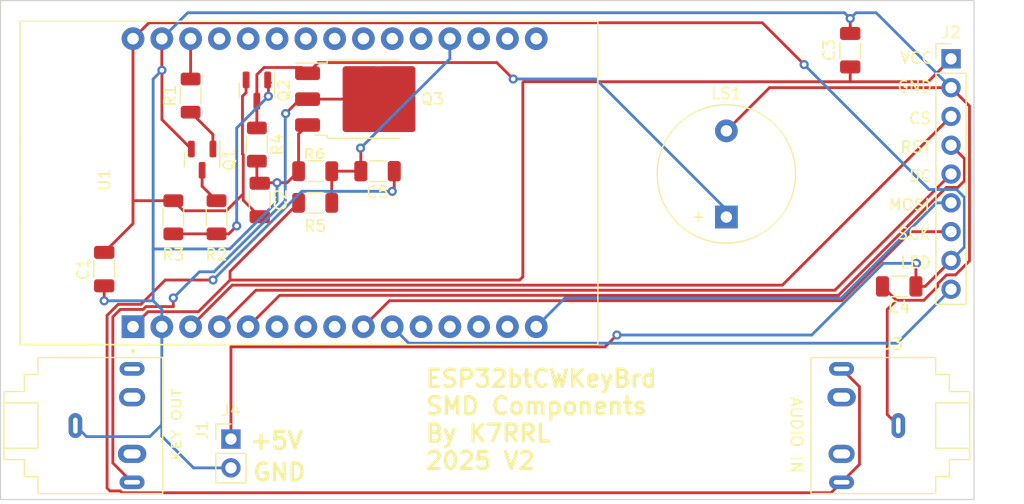
<source format=kicad_pcb>
(kicad_pcb (version 20221018) (generator pcbnew)
  (title_block (title "ESP32 Bluetooth Keyboard CW Keyer") (date "2024-12-27") (rev "2") (comment 1 "Forked from jharvey1") (comment 2 "SMD PCB by atoughram"))
  (layers (0 "F.Cu" signal) (31 "B.Cu" signal) (34 "B.Paste" user) (35 "F.Paste" user) (36 "B.SilkS" user "B.Silkscreen") (37 "F.SilkS" user "F.Silkscreen") (38 "B.Mask" user) (39 "F.Mask" user) (44 "Edge.Cuts" user))
  (net 0 "")
  (net 1 "GND")
  (net 2 "+5V")
  (net 3 "3V3")
  (net 4 "Net-(C5-Pad1)")
  (net 5 "AUDIO_IN")
  (net 6 "CS")
  (net 7 "RST")
  (net 8 "DC")
  (net 9 "MOSI")
  (net 10 "SCK")
  (net 11 "MISO")
  (net 12 "Net-(Q1-B)")
  (net 13 "Net-(Q1-C)")
  (net 14 "Net-(Q2-B)")
  (net 15 "Net-(Q2-C)")
  (net 16 "Net-(Q3-D)")
  (net 17 "Net-(U1-D13)")
  (net 37 "Net-(J4-Pin_1)")
  (footprint "Capacitor_SMD:C_1206_3216Metric" (layer "F.Cu") (at 166.624 73.914 90)
    (fp_text reference "C3" (at 0 -1.85 90) (layer "F.SilkS"))
    (fp_text value "0.1uf")
    (fp_line (start -0.711252 -0.91) (end 0.711252 -0.91) (stroke (width 0.12)) (layer "F.SilkS"))
    (fp_line (start -0.711252 0.91) (end 0.711252 0.91) (stroke (width 0.12)) (layer "F.SilkS"))
    (pad "1" smd roundrect (at -1.475 0 90) (size 1.15 1.8) (layers "F.Cu" "F.Paste" "F.Mask") (roundrect_rratio 0.2173913043) (net 3 "3V3"))
    (pad "2" smd roundrect (at 1.475 0 90) (size 1.15 1.8) (layers "F.Cu" "F.Paste" "F.Mask") (roundrect_rratio 0.2173913043) (net 1 "GND"))
  )
  (footprint "Capacitor_SMD:C_1206_3216Metric" (layer "F.Cu") (at 100.838 93.218 90)
    (fp_text reference "C1" (at 0 -1.85 90) (layer "F.SilkS"))
    (fp_text value "0.1uf")
    (fp_line (start -0.711252 -0.91) (end 0.711252 -0.91) (stroke (width 0.12)) (layer "F.SilkS"))
    (fp_line (start -0.711252 0.91) (end 0.711252 0.91) (stroke (width 0.12)) (layer "F.SilkS"))
    (pad "1" smd roundrect (at -1.475 0 90) (size 1.15 1.8) (layers "F.Cu" "F.Paste" "F.Mask") (roundrect_rratio 0.2173913043) (net 1 "GND"))
    (pad "2" smd roundrect (at 1.475 0 90) (size 1.15 1.8) (layers "F.Cu" "F.Paste" "F.Mask") (roundrect_rratio 0.2173913043) (net 2 "+5V"))
  )
  (footprint "Package_TO_SOT_SMD:SOT-23" (layer "F.Cu") (at 109.474 83.566 -90)
    (fp_text reference "Q1" (at 0 -2.4 90) (layer "F.SilkS"))
    (fp_text value "MMBT3904")
    (fp_line (start 0 -1.56) (end -1.675 -1.56) (stroke (width 0.12)) (layer "F.SilkS"))
    (fp_line (start 0 -1.56) (end 0.65 -1.56) (stroke (width 0.12)) (layer "F.SilkS"))
    (fp_line (start 0 1.56) (end -0.65 1.56) (stroke (width 0.12)) (layer "F.SilkS"))
    (fp_line (start 0 1.56) (end 0.65 1.56) (stroke (width 0.12)) (layer "F.SilkS"))
    (pad "1" smd roundrect (at -0.9375 -0.95 270) (size 1.475 0.6) (layers "F.Cu" "F.Paste" "F.Mask") (net 12 "Net-(Q1-B)"))
    (pad "2" smd roundrect (at -0.9375 0.95 270) (size 1.475 0.6) (layers "F.Cu" "F.Paste" "F.Mask") (net 1 "GND"))
    (pad "3" smd roundrect (at 0.9375 0 270) (size 1.475 0.6) (layers "F.Cu" "F.Paste" "F.Mask") (net 13 "Net-(Q1-C)"))
  )
  (footprint "Package_TO_SOT_SMD:SOT-23" (layer "F.Cu") (at 114.3 77.47 -90)
    (fp_text reference "Q2" (at 0 -2.4 90) (layer "F.SilkS"))
    (fp_text value "MMBT3906")
    (fp_line (start 0 -1.56) (end -1.675 -1.56) (stroke (width 0.12)) (layer "F.SilkS"))
    (fp_line (start 0 -1.56) (end 0.65 -1.56) (stroke (width 0.12)) (layer "F.SilkS"))
    (fp_line (start 0 1.56) (end -0.65 1.56) (stroke (width 0.12)) (layer "F.SilkS"))
    (fp_line (start 0 1.56) (end 0.65 1.56) (stroke (width 0.12)) (layer "F.SilkS"))
    (pad "1" smd roundrect (at -0.9375 -0.95 270) (size 1.475 0.6) (layers "F.Cu" "F.Paste" "F.Mask") (net 14 "Net-(Q2-B)"))
    (pad "2" smd roundrect (at -0.9375 0.95 270) (size 1.475 0.6) (layers "F.Cu" "F.Paste" "F.Mask") (net 2 "+5V"))
    (pad "3" smd roundrect (at 0.9375 0 270) (size 1.475 0.6) (layers "F.Cu" "F.Paste" "F.Mask") (net 15 "Net-(Q2-C)"))
  )
  (footprint "Capacitor_SMD:C_1206_3216Metric" (layer "F.Cu") (at 170.942 94.742 180)
    (fp_text reference "C4" (at 0 -1.85) (layer "F.SilkS"))
    (fp_text value "0.1uf")
    (fp_line (start -0.711252 -0.91) (end 0.711252 -0.91) (stroke (width 0.12)) (layer "F.SilkS"))
    (fp_line (start -0.711252 0.91) (end 0.711252 0.91) (stroke (width 0.12)) (layer "F.SilkS"))
    (pad "1" smd roundrect (at -1.475 0 180) (size 1.15 1.8) (layers "F.Cu" "F.Paste" "F.Mask") (roundrect_rratio 0.2173913043) (net 2 "+5V"))
    (pad "2" smd roundrect (at 1.475 0 180) (size 1.15 1.8) (layers "F.Cu" "F.Paste" "F.Mask") (roundrect_rratio 0.2173913043) (net 1 "GND"))
  )
  (footprint "Resistor_SMD:R_1206_3216Metric" (layer "F.Cu") (at 114.3 82.2345 -90)
    (fp_text reference "R4" (at 0 -1.82 90) (layer "F.SilkS"))
    (fp_text value "4K7")
    (fp_line (start -0.727064 -0.91) (end 0.727064 -0.91) (stroke (width 0.12)) (layer "F.SilkS"))
    (fp_line (start -0.727064 0.91) (end 0.727064 0.91) (stroke (width 0.12)) (layer "F.SilkS"))
    (pad "1" smd roundrect (at -1.4625 0 270) (size 1.125 1.75) (layers "F.Cu" "F.Paste" "F.Mask") (roundrect_rratio 0.2222222222) (net 15 "Net-(Q2-C)"))
    (pad "2" smd roundrect (at 1.4625 0 270) (size 1.125 1.75) (layers "F.Cu" "F.Paste" "F.Mask") (roundrect_rratio 0.2222222222) (net 1 "GND"))
  )
  (footprint "Resistor_SMD:R_1206_3216Metric" (layer "F.Cu") (at 119.4415 87.376)
    (fp_text reference "R5" (at 0 2.032) (layer "F.SilkS"))
    (fp_text value "10K")
    (fp_line (start -0.727064 -0.91) (end 0.727064 -0.91) (stroke (width 0.12)) (layer "F.SilkS"))
    (fp_line (start -0.727064 0.91) (end 0.727064 0.91) (stroke (width 0.12)) (layer "F.SilkS"))
    (pad "1" smd roundrect (at -1.4625 0) (size 1.125 1.75) (layers "F.Cu" "F.Paste" "F.Mask") (roundrect_rratio 0.2222222222) (net 3 "3V3"))
    (pad "2" smd roundrect (at 1.4625 0) (size 1.125 1.75) (layers "F.Cu" "F.Paste" "F.Mask") (roundrect_rratio 0.2222222222) (net 5 "AUDIO_IN"))
  )
  (footprint "Resistor_SMD:R_1206_3216Metric" (layer "F.Cu") (at 119.4415 84.582 180)
    (fp_text reference "R6" (at 0.0615 1.524) (layer "F.SilkS") (effects (font (size 0.8 1))))
    (fp_text value "10K")
    (fp_line (start -0.727064 -0.91) (end 0.727064 -0.91) (stroke (width 0.12)) (layer "F.SilkS"))
    (fp_line (start -0.727064 0.91) (end 0.727064 0.91) (stroke (width 0.12)) (layer "F.SilkS"))
    (pad "1" smd roundrect (at -1.4625 0 180) (size 1.125 1.75) (layers "F.Cu" "F.Paste" "F.Mask") (roundrect_rratio 0.2222222222) (net 5 "AUDIO_IN"))
    (pad "2" smd roundrect (at 1.4625 0 180) (size 1.125 1.75) (layers "F.Cu" "F.Paste" "F.Mask") (roundrect_rratio 0.2222222222) (net 1 "GND"))
  )
  (footprint "Connector_Audio:Jack_3.5mm_CUI_SJ1-3525N_Horizontal" (layer "F.Cu") (at 98.298 107.014 -90)
    (fp_text reference "J1" (at 0.428 -11.176 90) (layer "F.SilkS"))
    (fp_text value "CW Key Out")
    (fp_line (start -6 -7.7) (end 6 -7.7) (stroke (width 0.12)) (layer "F.SilkS"))
    (fp_line (start -6 3.3) (end -6 -7.7) (stroke (width 0.12)) (layer "F.SilkS"))
    (fp_line (start -4.5 3.3) (end -6 3.3) (stroke (width 0.12)) (layer "F.SilkS"))
    (fp_line (start -4.5 4.5) (end -4.5 3.3) (stroke (width 0.12)) (layer "F.SilkS"))
    (fp_line (start -3 4.5) (end -4.5 4.5) (stroke (width 0.12)) (layer "F.SilkS"))
    (fp_line (start -3 6.3) (end -3 4.5) (stroke (width 0.12)) (layer "F.SilkS"))
    (fp_line (start -2 3.3) (end -2 6.3) (stroke (width 0.12)) (layer "F.SilkS"))
    (fp_line (start 2 3.3) (end -2 3.3) (stroke (width 0.12)) (layer "F.SilkS"))
    (fp_line (start 2 6.3) (end 2 3.3) (stroke (width 0.12)) (layer "F.SilkS"))
    (fp_line (start 3 4.5) (end 3 6.3) (stroke (width 0.12)) (layer "F.SilkS"))
    (fp_line (start 3 6.3) (end -3 6.3) (stroke (width 0.12)) (layer "F.SilkS"))
    (fp_line (start 4.5 3.3) (end 4.5 4.5) (stroke (width 0.12)) (layer "F.SilkS"))
    (fp_line (start 4.5 4.5) (end 3 4.5) (stroke (width 0.12)) (layer "F.SilkS"))
    (fp_line (start 6 -7.7) (end 6 3.3) (stroke (width 0.12)) (layer "F.SilkS"))
    (fp_line (start 6 3.3) (end 4.5 3.3) (stroke (width 0.12)) (layer "F.SilkS"))
    (pad "" np_thru_hole circle (at -5 0 270) (size 1.2 1.2) (drill 1.2) (layers "F&B.Cu" "*.Mask"))
    (pad "" np_thru_hole circle (at -5 2.5 270) (size 1.2 1.2) (drill 1.2) (layers "F&B.Cu" "*.Mask"))
    (pad "" np_thru_hole circle (at 0 -5 270) (size 1.2 1.2) (drill 1.2) (layers "F&B.Cu" "*.Mask"))
    (pad "" np_thru_hole circle (at 5 0 270) (size 1.2 1.2) (drill 1.2) (layers "F&B.Cu" "*.Mask"))
    (pad "" np_thru_hole circle (at 5 2.5 270) (size 1.2 1.2) (drill 1.2) (layers "F&B.Cu" "*.Mask"))
    (pad "R" thru_hole oval (at -5 -5 270) (size 1.2 2.2) (drill oval 0.4 1.4) (layers "*.Cu" "*.Mask"))
    (pad "RN" thru_hole oval (at -2.5 -5 270) (size 1.6 2.3) (drill oval 0.8 1.5) (layers "*.Cu" "*.Mask"))
    (pad "S" thru_hole oval (at 0 0 270) (size 2.2 1.2) (drill oval 1.4 0.4) (layers "*.Cu" "*.Mask") (net 1 "GND"))
    (pad "T" thru_hole oval (at 5 -5 90) (size 1.2 2.2) (drill oval 0.4 1.4) (layers "*.Cu" "*.Mask") (net 16 "Net-(Q3-D)"))
    (pad "TN" thru_hole oval (at 2.5 -5 90) (size 1.6 2.5) (drill oval 0.8 1.5) (layers "*.Cu" "*.Mask"))
  )
  (footprint "Capacitor_SMD:C_1206_3216Metric" (layer "F.Cu") (at 114.554 87.122 -90)
    (fp_text reference "C2" (at 0 -1.85 90) (layer "F.SilkS"))
    (fp_text value "1uf")
    (fp_line (start -0.711252 -0.91) (end 0.711252 -0.91) (stroke (width 0.12)) (layer "F.SilkS"))
    (fp_line (start -0.711252 0.91) (end 0.711252 0.91) (stroke (width 0.12)) (layer "F.SilkS"))
    (pad "1" smd roundrect (at -1.475 0 270) (size 1.15 1.8) (layers "F.Cu" "F.Paste" "F.Mask") (roundrect_rratio 0.2173913043) (net 1 "GND"))
    (pad "2" smd roundrect (at 1.475 0 270) (size 1.15 1.8) (layers "F.Cu" "F.Paste" "F.Mask") (roundrect_rratio 0.2173913043) (net 2 "+5V"))
  )
  (footprint "Capacitor_SMD:C_1206_3216Metric" (layer "F.Cu") (at 124.9405 84.582 180)
    (fp_text reference "C5" (at 0 -1.85) (layer "F.SilkS"))
    (fp_text value "0.1uf")
    (fp_line (start -0.711252 -0.91) (end 0.711252 -0.91) (stroke (width 0.12)) (layer "F.SilkS"))
    (fp_line (start -0.711252 0.91) (end 0.711252 0.91) (stroke (width 0.12)) (layer "F.SilkS"))
    (pad "1" smd roundrect (at -1.475 0 180) (size 1.15 1.8) (layers "F.Cu" "F.Paste" "F.Mask") (roundrect_rratio 0.2173913043) (net 4 "Net-(C5-Pad1)"))
    (pad "2" smd roundrect (at 1.475 0 180) (size 1.15 1.8) (layers "F.Cu" "F.Paste" "F.Mask") (roundrect_rratio 0.2173913043) (net 5 "AUDIO_IN"))
  )
  (footprint "Connector_Audio:Jack_3.5mm_CUI_SJ1-3525N_Horizontal" (layer "F.Cu") (at 170.862 107.014 90)
    (fp_text reference "J3" (at 7.192 -0.428) (layer "F.SilkS"))
    (fp_text value "Audio In Jack")
    (fp_line (start -6 -7.7) (end 6 -7.7) (stroke (width 0.12)) (layer "F.SilkS"))
    (fp_line (start -6 3.3) (end -6 -7.7) (stroke (width 0.12)) (layer "F.SilkS"))
    (fp_line (start -4.5 3.3) (end -6 3.3) (stroke (width 0.12)) (layer "F.SilkS"))
    (fp_line (start -4.5 4.5) (end -4.5 3.3) (stroke (width 0.12)) (layer "F.SilkS"))
    (fp_line (start -3 4.5) (end -4.5 4.5) (stroke (width 0.12)) (layer "F.SilkS"))
    (fp_line (start -3 6.3) (end -3 4.5) (stroke (width 0.12)) (layer "F.SilkS"))
    (fp_line (start -2 3.3) (end -2 6.3) (stroke (width 0.12)) (layer "F.SilkS"))
    (fp_line (start 2 3.3) (end -2 3.3) (stroke (width 0.12)) (layer "F.SilkS"))
    (fp_line (start 2 6.3) (end 2 3.3) (stroke (width 0.12)) (layer "F.SilkS"))
    (fp_line (start 3 4.5) (end 3 6.3) (stroke (width 0.12)) (layer "F.SilkS"))
    (fp_line (start 3 6.3) (end -3 6.3) (stroke (width 0.12)) (layer "F.SilkS"))
    (fp_line (start 4.5 3.3) (end 4.5 4.5) (stroke (width 0.12)) (layer "F.SilkS"))
    (fp_line (start 4.5 4.5) (end 3 4.5) (stroke (width 0.12)) (layer "F.SilkS"))
    (fp_line (start 6 -7.7) (end 6 3.3) (stroke (width 0.12)) (layer "F.SilkS"))
    (fp_line (start 6 3.3) (end 4.5 3.3) (stroke (width 0.12)) (layer "F.SilkS"))
    (pad "" np_thru_hole circle (at -5 0 90) (size 1.2 1.2) (drill 1.2) (layers "F&B.Cu" "*.Mask"))
    (pad "" np_thru_hole circle (at -5 2.5 90) (size 1.2 1.2) (drill 1.2) (layers "F&B.Cu" "*.Mask"))
    (pad "" np_thru_hole circle (at 0 -5 90) (size 1.2 1.2) (drill 1.2) (layers "F&B.Cu" "*.Mask"))
    (pad "" np_thru_hole circle (at 5 0 90) (size 1.2 1.2) (drill 1.2) (layers "F&B.Cu" "*.Mask"))
    (pad "" np_thru_hole circle (at 5 2.5 90) (size 1.2 1.2) (drill 1.2) (layers "F&B.Cu" "*.Mask"))
    (pad "R" thru_hole oval (at -5 -5 90) (size 1.2 2.2) (drill oval 0.4 1.4) (layers "*.Cu" "*.Mask") (net 4 "Net-(C5-Pad1)"))
    (pad "RN" thru_hole oval (at -2.5 -5 90) (size 1.6 2.3) (drill oval 0.8 1.5) (layers "*.Cu" "*.Mask"))
    (pad "S" thru_hole oval (at 0 0 90) (size 2.2 1.2) (drill oval 1.4 0.4) (layers "*.Cu" "*.Mask") (net 1 "GND"))
    (pad "T" thru_hole oval (at 5 -5 270) (size 1.2 2.2) (drill oval 0.4 1.4) (layers "*.Cu" "*.Mask") (net 4 "Net-(C5-Pad1)"))
    (pad "TN" thru_hole oval (at 2.5 -5 270) (size 1.6 2.5) (drill oval 0.8 1.5) (layers "*.Cu" "*.Mask"))
  )
  (footprint "Resistor_SMD:R_1206_3216Metric" (layer "F.Cu") (at 110.744 88.646 90)
    (fp_text reference "R2" (at -3.302 0) (layer "F.SilkS"))
    (fp_text value "3K3")
    (fp_line (start -0.727064 -0.91) (end 0.727064 -0.91) (stroke (width 0.12)) (layer "F.SilkS"))
    (fp_line (start -0.727064 0.91) (end 0.727064 0.91) (stroke (width 0.12)) (layer "F.SilkS"))
    (pad "1" smd roundrect (at -1.4625 0 90) (size 1.125 1.75) (layers "F.Cu" "F.Paste" "F.Mask") (roundrect_rratio 0.2222222222) (net 14 "Net-(Q2-B)"))
    (pad "2" smd roundrect (at 1.4625 0 90) (size 1.125 1.75) (layers "F.Cu" "F.Paste" "F.Mask") (roundrect_rratio 0.2222222222) (net 13 "Net-(Q1-C)"))
  )
  (footprint "Connector_PinHeader_2.54mm:PinHeader_1x02_P2.54mm_Vertical" (layer "F.Cu") (at 112.014 108.204)
    (fp_text reference "J4" (at 0 -2.54) (layer "F.SilkS"))
    (fp_text value "Conn_01x02_MountingPin")
    (fp_line (start -1.33 -1.33) (end 0 -1.33) (stroke (width 0.12)) (layer "F.SilkS"))
    (fp_line (start -1.33 0) (end -1.33 -1.33) (stroke (width 0.12)) (layer "F.SilkS"))
    (fp_line (start -1.33 1.27) (end -1.33 3.87) (stroke (width 0.12)) (layer "F.SilkS"))
    (fp_line (start -1.33 1.27) (end 1.33 1.27) (stroke (width 0.12)) (layer "F.SilkS"))
    (fp_line (start -1.33 3.87) (end 1.33 3.87) (stroke (width 0.12)) (layer "F.SilkS"))
    (fp_line (start 1.33 1.27) (end 1.33 3.87) (stroke (width 0.12)) (layer "F.SilkS"))
    (pad "1" thru_hole rect (at 0 0) (size 1.7 1.7) (drill 1) (layers "*.Cu" "*.Mask") (net 37 "Net-(J4-Pin_1)"))
    (pad "2" thru_hole oval (at 0 2.54) (size 1.7 1.7) (drill 1) (layers "*.Cu" "*.Mask") (net 1 "GND"))
  )
  (footprint "Package_TO_SOT_SMD:TO-252-3_TabPin2" (layer "F.Cu") (at 123.811 78.231)
    (fp_text reference "Q3" (at 5.983 0.001) (layer "F.SilkS"))
    (fp_text value "D4184")
    (fp_line (start -3.31 -3.45) (end -3.31 -3.18) (stroke (width 0.12)) (layer "F.SilkS"))
    (fp_line (start -3.31 -3.18) (end -6.14 -3.18) (stroke (width 0.12)) (layer "F.SilkS"))
    (fp_line (start -3.31 3.18) (end -4.41 3.18) (stroke (width 0.12)) (layer "F.SilkS"))
    (fp_line (start -3.31 3.45) (end -3.31 3.18) (stroke (width 0.12)) (layer "F.SilkS"))
    (fp_line (start 3.11 -3.45) (end -3.31 -3.45) (stroke (width 0.12)) (layer "F.SilkS"))
    (fp_line (start 3.11 3.45) (end -3.31 3.45) (stroke (width 0.12)) (layer "F.SilkS"))
    (pad "1" smd roundrect (at -5.04 -2.28) (size 2.2 1.2) (layers "F.Cu" "F.Paste" "F.Mask") (roundrect_rratio 0.2083333333) (net 15 "Net-(Q2-C)"))
    (pad "2" smd roundrect (at -5.04 0) (size 2.2 1.2) (layers "F.Cu" "F.Paste" "F.Mask") (roundrect_rratio 0.2083333333) (net 16 "Net-(Q3-D)"))
    (pad "2" smd roundrect (at -0.415 -1.525) (size 3.05 2.75) (layers "F.Cu" "F.Paste") (roundrect_rratio 0.09090909091) (net 16 "Net-(Q3-D)"))
    (pad "2" smd roundrect (at -0.415 1.525) (size 3.05 2.75) (layers "F.Cu" "F.Paste") (roundrect_rratio 0.09090909091) (net 16 "Net-(Q3-D)"))
    (pad "2" smd roundrect (at 1.26 0) (size 6.4 5.8) (layers "F.Cu" "F.Mask") (roundrect_rratio 0.04310293103) (net 16 "Net-(Q3-D)"))
    (pad "2" smd roundrect (at 2.935 -1.525) (size 3.05 2.75) (layers "F.Cu" "F.Paste") (roundrect_rratio 0.09090909091) (net 16 "Net-(Q3-D)"))
    (pad "2" smd roundrect (at 2.935 1.525) (size 3.05 2.75) (layers "F.Cu" "F.Paste") (roundrect_rratio 0.09090909091) (net 16 "Net-(Q3-D)"))
    (pad "3" smd roundrect (at -5.04 2.28) (size 2.2 1.2) (layers "F.Cu" "F.Paste" "F.Mask") (roundrect_rratio 0.2083333333) (net 1 "GND"))
  )
  (footprint "Buzzer_Beeper:Buzzer_12x9.5RM7.6" (layer "F.Cu") (at 155.702 88.626 90)
    (fp_text reference "LS1" (at 10.902 0) (layer "F.SilkS"))
    (fp_text value "Speaker")
    (fp_text user "+" (at -0.01 -2.54 90) (layer "F.SilkS"))
    (fp_circle (center 3.8 0) (end 9.9 0) (stroke (width 0.12)) (fill none) (layer "F.SilkS"))
    (pad "1" thru_hole rect (at 0 0 90) (size 2 2) (drill 1) (layers "*.Cu" "*.Mask") (net 15 "Net-(Q2-C)"))
    (pad "2" thru_hole circle (at 7.6 0 90) (size 2 2) (drill 1) (layers "*.Cu" "*.Mask") (net 1 "GND"))
  )
  (footprint "Resistor_SMD:R_1206_3216Metric" (layer "F.Cu") (at 106.934 88.646 -90)
    (fp_text reference "R3" (at 3.302 0) (layer "F.SilkS"))
    (fp_text value "3K3")
    (fp_line (start -0.727064 -0.91) (end 0.727064 -0.91) (stroke (width 0.12)) (layer "F.SilkS"))
    (fp_line (start -0.727064 0.91) (end 0.727064 0.91) (stroke (width 0.12)) (layer "F.SilkS"))
    (pad "1" smd roundrect (at -1.4625 0 270) (size 1.125 1.75) (layers "F.Cu" "F.Paste" "F.Mask") (roundrect_rratio 0.2222222222) (net 2 "+5V"))
    (pad "2" smd roundrect (at 1.4625 0 270) (size 1.125 1.75) (layers "F.Cu" "F.Paste" "F.Mask") (roundrect_rratio 0.2222222222) (net 14 "Net-(Q2-B)"))
  )
  (footprint "ESP32-DEVKIT-V1:MODULE_ESP32_DEVKIT_V1" (layer "F.Cu") (at 118.893 85.598 90)
    (fp_text reference "U1" (at 0.254 -18.055 90) (layer "F.SilkS"))
    (fp_text value "ESP32-DEVKIT-V1")
    (fp_line (start -14.28 -25.475) (end -3.211 -25.475) (stroke (width 0.127)) (layer "F.SilkS"))
    (fp_line (start -14.28 -25.475) (end 14.23 -25.475) (stroke (width 0.127)) (layer "F.SilkS"))
    (fp_line (start -14.28 25.475) (end -14.28 -25.475) (stroke (width 0.127)) (layer "F.SilkS"))
    (fp_line (start -14.28 25.475) (end -14.28 -25.475) (stroke (width 0.127)) (layer "F.SilkS"))
    (fp_line (start -14.28 25.475) (end -8.91 25.475) (stroke (width 0.127)) (layer "F.SilkS"))
    (fp_line (start -8.91 25.475) (end 8.78 25.475) (stroke (width 0.127)) (layer "F.SilkS"))
    (fp_line (start -3.211 -25.475) (end 3.5 -25.475) (stroke (width 0.127)) (layer "F.SilkS"))
    (fp_line (start 3.5 -25.475) (end 14.23 -25.475) (stroke (width 0.127)) (layer "F.SilkS"))
    (fp_line (start 8.78 25.475) (end 14.23 25.475) (stroke (width 0.127)) (layer "F.SilkS"))
    (fp_line (start 14.23 -25.475) (end 14.23 25.475) (stroke (width 0.127)) (layer "F.SilkS"))
    (fp_line (start 14.23 -25.475) (end 14.23 25.475) (stroke (width 0.127)) (layer "F.SilkS"))
    (fp_line (start 14.23 25.475) (end -14.28 25.475) (stroke (width 0.127)) (layer "F.SilkS"))
    (fp_circle (center -14.85 -15.515) (end -14.75 -15.515) (stroke (width 0.2)) (fill none) (layer "F.SilkS"))
    (pad "" np_thru_hole circle (at -12.28 -23.475 90) (size 3 3) (drill 3) (layers "*.Cu" "*.Mask"))
    (pad "" np_thru_hole circle (at -12.28 23.475 90) (size 3 3) (drill 3) (layers "*.Cu" "*.Mask"))
    (pad "" np_thru_hole circle (at 12.23 -23.475 90) (size 3 3) (drill 3) (layers "*.Cu" "*.Mask"))
    (pad "" np_thru_hole circle (at 12.23 23.475 90) (size 3 3) (drill 3) (layers "*.Cu" "*.Mask"))
    (pad "1" thru_hole rect (at -12.7 -15.515 90) (size 2 2) (drill 1.02) (layers "*.Cu" "*.Mask") (net 3 "3V3"))
    (pad "2" thru_hole circle (at -12.7 -12.975 90) (size 2 2) (drill 1.02) (layers "*.Cu" "*.Mask") (net 1 "GND"))
    (pad "3" thru_hole circle (at -12.7 -10.435 90) (size 2 2) (drill 1.02) (layers "*.Cu" "*.Mask") (net 6 "CS"))
    (pad "4" thru_hole circle (at -12.7 -7.895 90) (size 2 2) (drill 1.02) (layers "*.Cu" "*.Mask") (net 8 "DC"))
    (pad "5" thru_hole circle (at -12.7 -5.355 90) (size 2 2) (drill 1.02) (layers "*.Cu" "*.Mask") (net 7 "RST"))
    (pad "6" thru_hole circle (at -12.7 -2.815 90) (size 2 2) (drill 1.02) (layers "*.Cu" "*.Mask"))
    (pad "7" thru_hole circle (at -12.7 -0.275 90) (size 2 2) (drill 1.02) (layers "*.Cu" "*.Mask"))
    (pad "8" thru_hole circle (at -12.7 2.265 90) (size 2 2) (drill 1.02) (layers "*.Cu" "*.Mask"))
    (pad "9" thru_hole circle (at -12.7 4.805 90) (size 2 2) (drill 1.02) (layers "*.Cu" "*.Mask") (net 10 "SCK"))
    (pad "10" thru_hole circle (at -12.7 7.345 90) (size 2 2) (drill 1.02) (layers "*.Cu" "*.Mask") (net 11 "MISO"))
    (pad "11" thru_hole circle (at -12.7 9.885 90) (size 2 2) (drill 1.02) (layers "*.Cu" "*.Mask"))
    (pad "12" thru_hole circle (at -12.7 12.425 90) (size 2 2) (drill 1.02) (layers "*.Cu" "*.Mask"))
    (pad "13" thru_hole circle (at -12.7 14.965 90) (size 2 2) (drill 1.02) (layers "*.Cu" "*.Mask"))
    (pad "14" thru_hole circle (at -12.7 17.505 90) (size 2 2) (drill 1.02) (layers "*.Cu" "*.Mask"))
    (pad "15" thru_hole circle (at -12.7 20.045 90) (size 2 2) (drill 1.02) (layers "*.Cu" "*.Mask") (net 9 "MOSI"))
    (pad "16" thru_hole circle (at 12.7 20.045 90) (size 2 2) (drill 1.02) (layers "*.Cu" "*.Mask"))
    (pad "17" thru_hole circle (at 12.7 17.505 90) (size 2 2) (drill 1.02) (layers "*.Cu" "*.Mask"))
    (pad "18" thru_hole circle (at 12.7 14.965 90) (size 2 2) (drill 1.02) (layers "*.Cu" "*.Mask"))
    (pad "19" thru_hole circle (at 12.7 12.425 90) (size 2 2) (drill 1.02) (layers "*.Cu" "*.Mask") (net 5 "AUDIO_IN"))
    (pad "20" thru_hole circle (at 12.7 9.885 90) (size 2 2) (drill 1.02) (layers "*.Cu" "*.Mask"))
    (pad "21" thru_hole circle (at 12.7 7.345 90) (size 2 2) (drill 1.02) (layers "*.Cu" "*.Mask"))
    (pad "22" thru_hole circle (at 12.7 4.805 90) (size 2 2) (drill 1.02) (layers "*.Cu" "*.Mask"))
    (pad "23" thru_hole circle (at 12.7 2.265 90) (size 2 2) (drill 1.02) (layers "*.Cu" "*.Mask"))
    (pad "24" thru_hole circle (at 12.7 -0.275 90) (size 2 2) (drill 1.02) (layers "*.Cu" "*.Mask"))
    (pad "25" thru_hole circle (at 12.7 -2.815 90) (size 2 2) (drill 1.02) (layers "*.Cu" "*.Mask"))
    (pad "26" thru_hole circle (at 12.7 -5.355 90) (size 2 2) (drill 1.02) (layers "*.Cu" "*.Mask"))
    (pad "27" thru_hole circle (at 12.7 -7.895 90) (size 2 2) (drill 1.02) (layers "*.Cu" "*.Mask"))
    (pad "28" thru_hole circle (at 12.7 -10.435 90) (size 2 2) (drill 1.02) (layers "*.Cu" "*.Mask") (net 17 "Net-(U1-D13)"))
    (pad "29" thru_hole circle (at 12.7 -12.975 90) (size 2 2) (drill 1.02) (layers "*.Cu" "*.Mask") (net 1 "GND"))
    (pad "30" thru_hole circle (at 12.7 -15.515 90) (size 2 2) (drill 1.02) (layers "*.Cu" "*.Mask") (net 2 "+5V"))
  )
  (footprint "Connector_PinHeader_2.54mm:PinHeader_1x09_P2.54mm_Vertical" (layer "F.Cu") (at 175.514 74.676)
    (fp_text reference "J2" (at 0 -2.33) (layer "F.SilkS"))
    (fp_text value "3.5\" TFT ILI9488")
    (fp_line (start -1.33 -1.33) (end 0 -1.33) (stroke (width 0.12)) (layer "F.SilkS"))
    (fp_line (start -1.33 0) (end -1.33 -1.33) (stroke (width 0.12)) (layer "F.SilkS"))
    (fp_line (start -1.33 1.27) (end -1.33 21.65) (stroke (width 0.12)) (layer "F.SilkS"))
    (fp_line (start -1.33 1.27) (end 1.33 1.27) (stroke (width 0.12)) (layer "F.SilkS"))
    (fp_line (start -1.33 21.65) (end 1.33 21.65) (stroke (width 0.12)) (layer "F.SilkS"))
    (fp_line (start 1.33 1.27) (end 1.33 21.65) (stroke (width 0.12)) (layer "F.SilkS"))
    (pad "1" thru_hole rect (at 0 0) (size 1.7 1.7) (drill 1) (layers "*.Cu" "*.Mask") (net 3 "3V3"))
    (pad "2" thru_hole oval (at 0 2.54) (size 1.7 1.7) (drill 1) (layers "*.Cu" "*.Mask") (net 1 "GND"))
    (pad "3" thru_hole oval (at 0 5.08) (size 1.7 1.7) (drill 1) (layers "*.Cu" "*.Mask") (net 6 "CS"))
    (pad "4" thru_hole oval (at 0 7.62) (size 1.7 1.7) (drill 1) (layers "*.Cu" "*.Mask") (net 7 "RST"))
    (pad "5" thru_hole oval (at 0 10.16) (size 1.7 1.7) (drill 1) (layers "*.Cu" "*.Mask") (net 8 "DC"))
    (pad "6" thru_hole oval (at 0 12.7) (size 1.7 1.7) (drill 1) (layers "*.Cu" "*.Mask") (net 9 "MOSI"))
    (pad "7" thru_hole oval (at 0 15.24) (size 1.7 1.7) (drill 1) (layers "*.Cu" "*.Mask") (net 10 "SCK"))
    (pad "8" thru_hole oval (at 0 17.78) (size 1.7 1.7) (drill 1) (layers "*.Cu" "*.Mask") (net 2 "+5V"))
    (pad "9" thru_hole oval (at 0 20.32) (size 1.7 1.7) (drill 1) (layers "*.Cu" "*.Mask") (net 11 "MISO"))
  )
  (footprint "Resistor_SMD:R_1206_3216Metric" (layer "F.Cu") (at 108.458 77.9165 90)
    (fp_text reference "R1" (at 0 -1.82 90) (layer "F.SilkS"))
    (fp_text value "10K")
    (fp_line (start -0.727064 -0.91) (end 0.727064 -0.91) (stroke (width 0.12)) (layer "F.SilkS"))
    (fp_line (start -0.727064 0.91) (end 0.727064 0.91) (stroke (width 0.12)) (layer "F.SilkS"))
    (pad "1" smd roundrect (at -1.4625 0 90) (size 1.125 1.75) (layers "F.Cu" "F.Paste" "F.Mask") (roundrect_rratio 0.2222222222) (net 12 "Net-(Q1-B)"))
    (pad "2" smd roundrect (at 1.4625 0 90) (size 1.125 1.75) (layers "F.Cu" "F.Paste" "F.Mask") (roundrect_rratio 0.2222222222) (net 17 "Net-(U1-D13)"))
  )
  (gr_rect (start 91.7 69.538) (end 177.54 113.538) (stroke (width 0.1)) (fill none) (layer "Edge.Cuts"))
  (gr_text "SCK" (at 170.688 90.678) (layer "F.SilkS") (effects (font (size 1 1)) (justify left bottom)))
  (gr_text "CS" (at 171.704 80.518) (layer "F.SilkS") (effects (font (size 1 1)) (justify left bottom)))
  (gr_text "+5V" (at 113.538 109.22) (layer "F.SilkS") (effects (font (size 1.5 1.5) (thickness 0.3) bold) (justify left bottom)))
  (gr_text "AUDIO IN\n" (at 161.29 104.394 -90) (layer "F.SilkS") (effects (font (size 1 1)) (justify left bottom)))
  (gr_text "ESP32btCWKeyBrd\nSMD Components\nBy K7RRL\n2025 V2" (at 129.032 110.998) (layer "F.SilkS") (effects (font (size 1.5 1.5) (thickness 0.3) bold) (justify left bottom)))
  (gr_text "LED" (at 170.942 93.218) (layer "F.SilkS") (effects (font (size 1 1)) (justify left bottom)))
  (gr_text "DC" (at 171.704 85.598) (layer "F.SilkS") (effects (font (size 1 1)) (justify left bottom)))
  (gr_text "MOSI" (at 169.926 88.138) (layer "F.SilkS") (effects (font (size 1 1)) (justify left bottom)))
  (gr_text "GND" (at 113.792 112.014) (layer "F.SilkS") (effects (font (size 1.5 1.5) (thickness 0.3) bold) (justify left bottom)))
  (gr_text "KEY OUT" (at 107.696 110.236 90) (layer "F.SilkS") (effects (font (size 0.8 1)) (justify left bottom)))
  (gr_text "RST" (at 170.942 83.058) (layer "F.SilkS") (effects (font (size 1 1)) (justify left bottom)))
  (gr_text "VCC" (at 170.942 75.184) (layer "F.SilkS") (effects (font (size 1 1)) (justify left bottom)))
  (gr_text "GND" (at 170.688 77.724) (layer "F.SilkS") (effects (font (size 1 1)) (justify left bottom)))
  (segment (start 105.918 75.6716) (end 105.9282 75.6818) (width 0.25) (layer "F.Cu") (net 1))
  (segment (start 177.139 78.841) (end 175.514 77.216) (width 0.25) (layer "F.Cu") (net 1))
  (segment (start 170.692 95.967) (end 169.887 96.772) (width 0.25) (layer "F.Cu") (net 1))
  (segment (start 177.139 92.492701) (end 177.139 78.841) (width 0.25) (layer "F.Cu") (net 1))
  (segment (start 100.838 96.012) (end 100.838 94.693) (width 0.25) (layer "F.Cu") (net 1))
  (segment (start 117.979 81.303) (end 117.979 84.582) (width 0.25) (layer "F.Cu") (net 1))
  (segment (start 116.078 85.598) (end 116.963 85.598) (width 0.25) (layer "F.Cu") (net 1))
  (segment (start 114.3 83.697) (end 114.3 85.393) (width 0.25) (layer "F.Cu") (net 1))
  (segment (start 174.339 94.742) (end 174.339 94.509299) (width 0.25) (layer "F.Cu") (net 1))
  (segment (start 116.078 85.598) (end 114.603 85.598) (width 0.25) (layer "F.Cu") (net 1))
  (segment (start 114.3 85.393) (end 114.554 85.647) (width 0.25) (layer "F.Cu") (net 1))
  (segment (start 174.339 94.509299) (end 175.122299 93.726) (width 0.25) (layer "F.Cu") (net 1))
  (segment (start 105.9282 75.6818) (end 105.9282 80.0327) (width 0.25) (layer "F.Cu") (net 1))
  (segment (start 169.887 106.039) (end 170.862 107.014) (width 0.25) (layer "F.Cu") (net 1))
  (segment (start 114.603 85.598) (end 114.554 85.647) (width 0.25) (layer "F.Cu") (net 1))
  (segment (start 175.122299 93.726) (end 175.905701 93.726) (width 0.25) (layer "F.Cu") (net 1))
  (segment (start 116.963 85.598) (end 117.979 84.582) (width 0.25) (layer "F.Cu") (net 1))
  (segment (start 105.9282 80.0327) (end 108.524 82.6285) (width 0.25) (layer "F.Cu") (net 1))
  (segment (start 169.467 94.742) (end 170.692 95.967) (width 0.25) (layer "F.Cu") (net 1))
  (segment (start 159.512 77.216) (end 155.702 81.026) (width 0.25) (layer "F.Cu") (net 1))
  (segment (start 169.887 96.772) (end 169.887 106.039) (width 0.25) (layer "F.Cu") (net 1))
  (segment (start 170.692 95.967) (end 173.114 95.967) (width 0.25) (layer "F.Cu") (net 1))
  (segment (start 175.514 77.216) (end 159.512 77.216) (width 0.25) (layer "F.Cu") (net 1))
  (segment (start 105.918 72.898) (end 105.918 75.6716) (width 0.25) (layer "F.Cu") (net 1))
  (segment (start 173.114 95.967) (end 174.339 94.742) (width 0.25) (layer "F.Cu") (net 1))
  (segment (start 166.624 71.12) (end 166.624 72.439) (width 0.25) (layer "F.Cu") (net 1))
  (segment (start 175.905701 93.726) (end 177.139 92.492701) (width 0.25) (layer "F.Cu") (net 1))
  (segment (start 118.771 80.511) (end 117.979 81.303) (width 0.25) (layer "F.Cu") (net 1))
  (via (at 105.9282 75.6818) (size 0.8) (drill 0.4) (layers "F.Cu" "B.Cu") (net 1))
  (via (at 100.838 96.012) (size 0.8) (drill 0.4) (layers "F.Cu" "B.Cu") (net 1))
  (via (at 166.624 71.12) (size 0.8) (drill 0.4) (layers "F.Cu" "B.Cu") (net 1))
  (via (at 116.078 85.598) (size 0.8) (drill 0.4) (layers "F.Cu" "B.Cu") (net 1))
  (segment (start 105.156 96.012) (end 100.838 96.012) (width 0.25) (layer "B.Cu") (net 1))
  (segment (start 168.91 70.612) (end 167.132 70.612) (width 0.25) (layer "B.Cu") (net 1))
  (segment (start 99.273 107.989) (end 104.863 107.989) (width 0.25) (layer "B.Cu") (net 1))
  (segment (start 166.116 70.612) (end 108.204 70.612) (width 0.25) (layer "B.Cu") (net 1))
  (segment (start 108.204 70.612) (end 105.918 72.898) (width 0.25) (layer "B.Cu") (net 1))
  (segment (start 167.132 70.612) (end 166.624 71.12) (width 0.25) (layer "B.Cu") (net 1))
  (segment (start 105.918 96.774) (end 105.156 96.012) (width 0.25) (layer "B.Cu") (net 1))
  (segment (start 105.918 106.68) (end 105.918 106.934) (width 0.25) (layer "B.Cu") (net 1))
  (segment (start 104.863 107.989) (end 105.918 106.934) (width 0.25) (layer "B.Cu") (net 1))
  (segment (start 108.712 110.744) (end 105.918 107.95) (width 0.25) (layer "B.Cu") (net 1))
  (segment (start 175.514 77.216) (end 168.91 70.612) (width 0.25) (layer "B.Cu") (net 1))
  (segment (start 111.903507 91.44) (end 116.078 87.265507) (width 0.25) (layer "B.Cu") (net 1))
  (segment (start 105.918 107.95) (end 105.918 106.68) (width 0.25) (layer "B.Cu") (net 1))
  (segment (start 105.918 98.298) (end 105.918 96.774) (width 0.25) (layer "B.Cu") (net 1))
  (segment (start 98.298 107.014) (end 99.273 107.989) (width 0.25) (layer "B.Cu") (net 1))
  (segment (start 105.156 96.012) (end 105.156 91.44) (width 0.25) (layer "B.Cu") (net 1))
  (segment (start 112.014 110.744) (end 108.712 110.744) (width 0.25) (layer "B.Cu") (net 1))
  (segment (start 105.156 91.44) (end 105.156 76.454) (width 0.25) (layer "B.Cu") (net 1))
  (segment (start 105.918 98.298) (end 105.918 106.68) (width 0.25) (layer "B.Cu") (net 1))
  (segment (start 116.078 87.265507) (end 116.078 85.598) (width 0.25) (layer "B.Cu") (net 1))
  (segment (start 166.624 71.12) (end 166.116 70.612) (width 0.25) (layer "B.Cu") (net 1))
  (segment (start 105.156 76.454) (end 105.9282 75.6818) (width 0.25) (layer "B.Cu") (net 1))
  (segment (start 105.156 91.44) (end 111.903507 91.44) (width 0.25) (layer "B.Cu") (net 1))
  (segment (start 103.378 72.898) (end 104.783 71.493) (width 0.25) (layer "F.Cu") (net 2))
  (segment (start 173.228 94.742) (end 172.417 94.742) (width 0.25) (layer "F.Cu") (net 2))
  (segment (start 158.869 71.493) (end 162.56 75.184) (width 0.25) (layer "F.Cu") (net 2))
  (segment (start 175.514 92.456) (end 173.228 94.742) (width 0.25) (layer "F.Cu") (net 2))
  (segment (start 104.783 71.493) (end 158.869 71.493) (width 0.25) (layer "F.Cu") (net 2))
  (segment (start 103.378 89.203) (end 100.838 91.743) (width 0.25) (layer "F.Cu") (net 2))
  (segment (start 146.05 99.0285) (end 145.0025 100.076) (width 0.25) (layer "F.Cu") (net 2))
  (segment (start 113.03 77.978) (end 113.35 77.658) (width 0.25) (layer "F.Cu") (net 2))
  (segment (start 113.35 77.658) (end 113.35 76.5325) (width 0.25) (layer "F.Cu") (net 2))
  (segment (start 107.8215 88.071) (end 106.934 87.1835) (width 0.25) (layer "F.Cu") (net 2))
  (segment (start 103.378 72.898) (end 103.378 87.122) (width 0.25) (layer "F.Cu") (net 2))
  (segment (start 111.6141 88.071) (end 113.1 86.5851) (width 0.25) (layer "F.Cu") (net 2))
  (segment (start 145.0025 100.076) (end 112.014 100.076) (width 0.25) (layer "F.Cu") (net 2))
  (segment (start 113.1 86.5851) (end 113.1 87.143) (width 0.25) (layer "F.Cu") (net 2))
  (segment (start 113.1 83.1394) (end 113.03 83.0694) (width 0.25) (layer "F.Cu") (net 2))
  (segment (start 103.4395 87.1835) (end 103.378 87.122) (width 0.25) (layer "F.Cu") (net 2))
  (segment (start 113.1 86.5851) (end 113.1 83.1394) (width 0.25) (layer "F.Cu") (net 2))
  (segment (start 103.378 87.122) (end 103.378 89.203) (width 0.25) (layer "F.Cu") (net 2))
  (segment (start 113.03 83.0694) (end 113.03 77.978) (width 0.25) (layer "F.Cu") (net 2))
  (segment (start 111.6141 88.071) (end 107.8215 88.071) (width 0.25) (layer "F.Cu") (net 2))
  (segment (start 112.014 100.076) (end 112.014 108.204) (width 0.25) (layer "F.Cu") (net 2))
  (segment (start 113.1 87.143) (end 114.554 88.597) (width 0.25) (layer "F.Cu") (net 2))
  (segment (start 172.417 92.759) (end 172.466 92.71) (width 0.25) (layer "F.Cu") (net 2))
  (segment (start 172.417 94.742) (end 172.417 92.759) (width 0.25) (layer "F.Cu") (net 2))
  (segment (start 106.934 87.1835) (end 103.4395 87.1835) (width 0.25) (layer "F.Cu") (net 2))
  (via (at 162.56 75.184) (size 0.8) (drill 0.4) (layers "F.Cu" "B.Cu") (net 2))
  (via (at 146.05 99.0285) (size 0.8) (drill 0.4) (layers "F.Cu" "B.Cu") (net 2))
  (via (at 172.466 92.71) (size 0.8) (drill 0.4) (layers "F.Cu" "B.Cu") (net 2))
  (segment (start 169.546396 92.71) (end 163.227896 99.0285) (width 0.25) (layer "B.Cu") (net 2))
  (segment (start 162.56 75.184) (end 173.577 86.201) (width 0.25) (layer "B.Cu") (net 2))
  (segment (start 173.577 86.201) (end 176.000701 86.201) (width 0.25) (layer "B.Cu") (net 2))
  (segment (start 176.000701 86.201) (end 176.689 86.889299) (width 0.25) (layer "B.Cu") (net 2))
  (segment (start 176.689 91.281) (end 175.514 92.456) (width 0.25) (layer "B.Cu") (net 2))
  (segment (start 176.689 86.889299) (end 176.689 91.281) (width 0.25) (layer "B.Cu") (net 2))
  (segment (start 172.466 92.71) (end 169.546396 92.71) (width 0.25) (layer "B.Cu") (net 2))
  (segment (start 163.227896 99.0285) (end 146.05 99.0285) (width 0.25) (layer "B.Cu") (net 2))
  (segment (start 137.465 94.183) (end 137.753 93.895) (width 0.25) (layer "F.Cu") (net 3))
  (segment (start 111.936604 94.183) (end 137.465 94.183) (width 0.25) (layer "F.Cu") (net 3))
  (segment (start 166.624 75.389) (end 166.624 76.693) (width 0.25) (layer "F.Cu") (net 3))
  (segment (start 173.497 76.693) (end 175.514 74.676) (width 0.25) (layer "F.Cu") (net 3))
  (segment (start 166.624 76.693) (end 173.497 76.693) (width 0.25) (layer "F.Cu") (net 3))
  (segment (start 109.146604 96.973) (end 111.936604 94.183) (width 0.25) (layer "F.Cu") (net 3))
  (segment (start 137.826222 76.693) (end 166.624 76.693) (width 0.25) (layer "F.Cu") (net 3))
  (segment (start 103.378 98.298) (end 104.703 96.973) (width 0.25) (layer "F.Cu") (net 3))
  (segment (start 111.936604 94.183) (end 111.936604 93.418396) (width 0.25) (layer "F.Cu") (net 3))
  (segment (start 137.753 93.895) (end 137.753 76.766222) (width 0.25) (layer "F.Cu") (net 3))
  (segment (start 137.753 76.766222) (end 137.826222 76.693) (width 0.25) (layer "F.Cu") (net 3))
  (segment (start 104.703 96.973) (end 109.146604 96.973) (width 0.25) (layer "F.Cu") (net 3))
  (segment (start 111.936604 93.418396) (end 117.979 87.376) (width 0.25) (layer "F.Cu") (net 3))
  (segment (start 164.937 112.939) (end 165.862 112.014) (width 0.25) (layer "F.Cu") (net 4))
  (segment (start 167.437 110.439) (end 165.862 112.014) (width 0.25) (layer "F.Cu") (net 4))
  (segment (start 110.43615 94.180149) (end 106.223059 94.180149) (width 0.25) (layer "F.Cu") (net 4))
  (segment (start 126.4155 84.582) (end 126.4155 86.1825) (width 0.25) (layer "F.Cu") (net 4))
  (segment (start 102.251852 112.776) (end 102.414852 112.939) (width 0.25) (layer "F.Cu") (net 4))
  (segment (start 126.4155 86.1825) (end 126.238 86.36) (width 0.25) (layer "F.Cu") (net 4))
  (segment (start 102.065604 96.324) (end 101.092 97.297604) (width 0.25) (layer "F.Cu") (net 4))
  (segment (start 101.346 112.776) (end 102.251852 112.776) (width 0.25) (layer "F.Cu") (net 4))
  (segment (start 167.437 103.589) (end 167.437 110.439) (width 0.25) (layer "F.Cu") (net 4))
  (segment (start 106.223059 94.180149) (end 104.079208 96.324) (width 0.25) (layer "F.Cu") (net 4))
  (segment (start 102.414852 112.939) (end 164.937 112.939) (width 0.25) (layer "F.Cu") (net 4))
  (segment (start 104.079208 96.324) (end 102.065604 96.324) (width 0.25) (layer "F.Cu") (net 4))
  (segment (start 165.862 102.014) (end 167.437 103.589) (width 0.25) (layer "F.Cu") (net 4))
  (segment (start 101.092 112.522) (end 101.346 112.776) (width 0.25) (layer "F.Cu") (net 4))
  (segment (start 101.092 97.297604) (end 101.092 112.522) (width 0.25) (layer "F.Cu") (net 4))
  (via (at 126.238 86.36) (size 0.8) (drill 0.4) (layers "F.Cu" "B.Cu") (net 4))
  (via (at 110.43615 94.180149) (size 0.8) (drill 0.4) (layers "F.Cu" "B.Cu") (net 4))
  (segment (start 126.238 86.36) (end 118.256299 86.36) (width 0.25) (layer "B.Cu") (net 4))
  (segment (start 118.256299 86.36) (end 110.43615 94.180149) (width 0.25) (layer "B.Cu") (net 4))
  (segment (start 120.904 84.582) (end 123.4655 84.582) (width 0.25) (layer "F.Cu") (net 5))
  (segment (start 120.904 87.376) (end 120.904 84.582) (width 0.25) (layer "F.Cu") (net 5))
  (segment (start 123.4655 82.5715) (end 123.444 82.55) (width 0.25) (layer "F.Cu") (net 5))
  (segment (start 123.4655 84.582) (end 123.4655 82.5715) (width 0.25) (layer "F.Cu") (net 5))
  (via (at 123.444 82.55) (size 0.8) (drill 0.4) (layers "F.Cu" "B.Cu") (net 5))
  (segment (start 123.444 82.55) (end 131.318 74.676) (width 0.25) (layer "B.Cu") (net 5))
  (segment (start 131.318 74.676) (end 131.318 72.898) (width 0.25) (layer "B.Cu") (net 5))
  (segment (start 112.123 94.633) (end 108.458 98.298) (width 0.25) (layer "F.Cu") (net 6))
  (segment (start 175.514 79.756) (end 160.637 94.633) (width 0.25) (layer "F.Cu") (net 6))
  (segment (start 160.637 94.633) (end 112.123 94.633) (width 0.25) (layer "F.Cu") (net 6))
  (segment (start 165.579 95.533) (end 175.101 86.011) (width 0.25) (layer "F.Cu") (net 7))
  (segment (start 176.117 86.011) (end 176.689 85.439) (width 0.25) (layer "F.Cu") (net 7))
  (segment (start 175.101 86.011) (end 176.117 86.011) (width 0.25) (layer "F.Cu") (net 7))
  (segment (start 176.689 83.471) (end 175.514 82.296) (width 0.25) (layer "F.Cu") (net 7))
  (segment (start 116.303 95.533) (end 165.579 95.533) (width 0.25) (layer "F.Cu") (net 7))
  (segment (start 113.538 98.298) (end 116.303 95.533) (width 0.25) (layer "F.Cu") (net 7))
  (segment (start 176.689 85.439) (end 176.689 83.471) (width 0.25) (layer "F.Cu") (net 7))
  (segment (start 175.514 84.836) (end 165.267 95.083) (width 0.25) (layer "F.Cu") (net 8))
  (segment (start 165.267 95.083) (end 114.213 95.083) (width 0.25) (layer "F.Cu") (net 8))
  (segment (start 114.213 95.083) (end 110.998 98.298) (width 0.25) (layer "F.Cu") (net 8))
  (segment (start 165.862 95.758) (end 174.244 87.376) (width 0.25) (layer "B.Cu") (net 9))
  (segment (start 138.938 98.298) (end 141.478 95.758) (width 0.25) (layer "B.Cu") (net 9))
  (segment (start 174.244 87.376) (end 175.514 87.376) (width 0.25) (layer "B.Cu") (net 9))
  (segment (start 141.478 95.758) (end 165.862 95.758) (width 0.25) (layer "B.Cu") (net 9))
  (segment (start 171.958 89.916) (end 175.514 89.916) (width 0.25) (layer "F.Cu") (net 10))
  (segment (start 165.871 96.003) (end 171.958 89.916) (width 0.25) (layer "F.Cu") (net 10))
  (segment (start 125.993 96.003) (end 165.871 96.003) (width 0.25) (layer "F.Cu") (net 10))
  (segment (start 123.698 98.298) (end 125.993 96.003) (width 0.25) (layer "F.Cu") (net 10))
  (segment (start 127.693 99.753) (end 170.757 99.753) (width 0.25) (layer "B.Cu") (net 11))
  (segment (start 126.238 98.298) (end 127.693 99.753) (width 0.25) (layer "B.Cu") (net 11))
  (segment (start 170.757 99.753) (end 175.514 94.996) (width 0.25) (layer "B.Cu") (net 11))
  (segment (start 108.458 79.379) (end 110.424 81.345) (width 0.25) (layer "F.Cu") (net 12))
  (segment (start 110.424 81.345) (end 110.424 82.6285) (width 0.25) (layer "F.Cu") (net 12))
  (segment (start 109.474 85.9135) (end 110.744 87.1835) (width 0.25) (layer "F.Cu") (net 13))
  (segment (start 109.474 84.5035) (end 109.474 85.9135) (width 0.25) (layer "F.Cu") (net 13))
  (segment (start 110.744 90.1085) (end 111.8215 90.1085) (width 0.25) (layer "F.Cu") (net 14))
  (segment (start 110.744 90.1085) (end 106.934 90.1085) (width 0.25) (layer "F.Cu") (net 14))
  (segment (start 111.8215 90.1085) (end 112.522 89.408) (width 0.25) (layer "F.Cu") (net 14))
  (segment (start 115.316 76.5985) (end 115.25 76.5325) (width 0.25) (layer "F.Cu") (net 14))
  (segment (start 115.316 77.978) (end 115.316 76.5985) (width 0.25) (layer "F.Cu") (net 14))
  (segment (start 115.5 76.7825) (end 115.25 76.5325) (width 0.25) (layer "F.Cu") (net 14))
  (via (at 115.316 77.978) (size 0.8) (drill 0.4) (layers "F.Cu" "B.Cu") (net 14))
  (via (at 112.522 89.408) (size 0.8) (drill 0.4) (layers "F.Cu" "B.Cu") (net 14))
  (segment (start 112.522 89.408) (end 112.522 80.772) (width 0.25) (layer "B.Cu") (net 14))
  (segment (start 112.522 80.772) (end 115.316 77.978) (width 0.25) (layer "B.Cu") (net 14))
  (segment (start 119.716 75.006) (end 135.458 75.006) (width 0.25) (layer "F.Cu") (net 15))
  (segment (start 118.258 75.438) (end 118.771 75.951) (width 0.25) (layer "F.Cu") (net 15))
  (segment (start 114.3 78.4075) (end 114.3 80.772) (width 0.25) (layer "F.Cu") (net 15))
  (segment (start 118.771 75.951) (end 119.716 75.006) (width 0.25) (layer "F.Cu") (net 15))
  (segment (start 135.458 75.006) (end 136.906 76.454) (width 0.25) (layer "F.Cu") (net 15))
  (segment (start 114.3 78.4075) (end 114.3 76.069092) (width 0.25) (layer "F.Cu") (net 15))
  (segment (start 114.931092 75.438) (end 118.258 75.438) (width 0.25) (layer "F.Cu") (net 15))
  (segment (start 114.3 76.069092) (end 114.931092 75.438) (width 0.25) (layer "F.Cu") (net 15))
  (via (at 136.906 76.454) (size 0.8) (drill 0.4) (layers "F.Cu" "B.Cu") (net 15))
  (segment (start 136.906 76.454) (end 144.180778 76.454) (width 0.25) (layer "B.Cu") (net 15))
  (segment (start 144.180778 76.454) (end 155.702 87.975222) (width 0.25) (layer "B.Cu") (net 15))
  (segment (start 155.702 87.975222) (end 155.702 88.626) (width 0.25) (layer "B.Cu") (net 15))
  (segment (start 101.6 110.316) (end 103.298 112.014) (width 0.25) (layer "F.Cu") (net 16))
  (segment (start 118.111 78.231) (end 116.84 79.502) (width 0.25) (layer "F.Cu") (net 16))
  (segment (start 121.871 78.231) (end 123.396 76.706) (width 0.25) (layer "F.Cu") (net 16))
  (segment (start 104.265604 96.774) (end 102.252 96.774) (width 0.25) (layer "F.Cu") (net 16))
  (segment (start 106.934 96.523) (end 104.516604 96.523) (width 0.25) (layer "F.Cu") (net 16))
  (segment (start 104.516604 96.523) (end 104.265604 96.774) (width 0.25) (layer "F.Cu") (net 16))
  (segment (start 101.6 97.426) (end 101.6 110.316) (width 0.25) (layer "F.Cu") (net 16))
  (segment (start 118.771 78.231) (end 121.871 78.231) (width 0.25) (layer "F.Cu") (net 16))
  (segment (start 102.252 96.774) (end 101.6 97.426) (width 0.25) (layer "F.Cu") (net 16))
  (segment (start 106.934 95.758) (end 106.934 96.523) (width 0.25) (layer "F.Cu") (net 16))
  (segment (start 118.771 78.231) (end 118.111 78.231) (width 0.25) (layer "F.Cu") (net 16))
  (via (at 116.84 79.502) (size 0.8) (drill 0.4) (layers "F.Cu" "B.Cu") (net 16))
  (via (at 106.934 95.758) (size 0.8) (drill 0.4) (layers "F.Cu" "B.Cu") (net 16))
  (segment (start 110.524754 93.455149) (end 109.236851 93.455149) (width 0.25) (layer "B.Cu") (net 16))
  (segment (start 116.803 79.465) (end 116.803 87.176903) (width 0.25) (layer "B.Cu") (net 16))
  (segment (start 116.84 79.502) (end 116.803 79.465) (width 0.25) (layer "B.Cu") (net 16))
  (segment (start 109.236851 93.455149) (end 106.934 95.758) (width 0.25) (layer "B.Cu") (net 16))
  (segment (start 116.803 87.176903) (end 110.524754 93.455149) (width 0.25) (layer "B.Cu") (net 16))
  (segment (start 108.458 72.898) (end 108.458 76.454) (width 0.25) (layer "F.Cu") (net 17))
)
</source>
